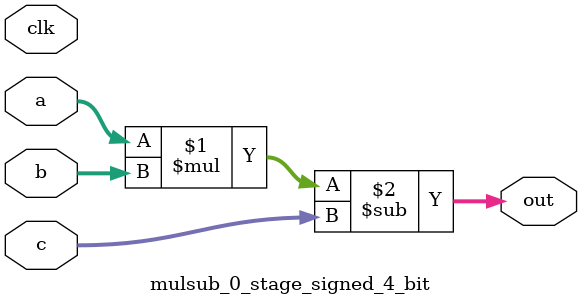
<source format=sv>
(* use_dsp = "yes" *) module mulsub_0_stage_signed_4_bit(
	input signed [3:0] a,
	input signed [3:0] b,
	input signed [3:0] c,
	output [3:0] out,
	input clk);

	assign out = (a * b) - c;
endmodule

</source>
